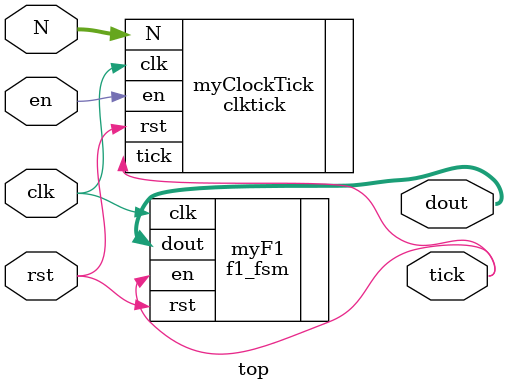
<source format=sv>
module top
#(
    parameter WIDTH = 16
)
(
    input logic clk,
    input logic en,
    input logic rst,
    input logic [WIDTH-1:0] N,
    output logic tick,
    output logic [7:0] dout
);

clktick myClockTick(
    .clk (clk),
    .rst (rst),
    .en(en),
    .N (N),
    .tick(tick)
);

f1_fsm myF1(
    .clk (clk),
    .rst (rst),
    .en (tick),
    .dout (dout)
);

endmodule

</source>
